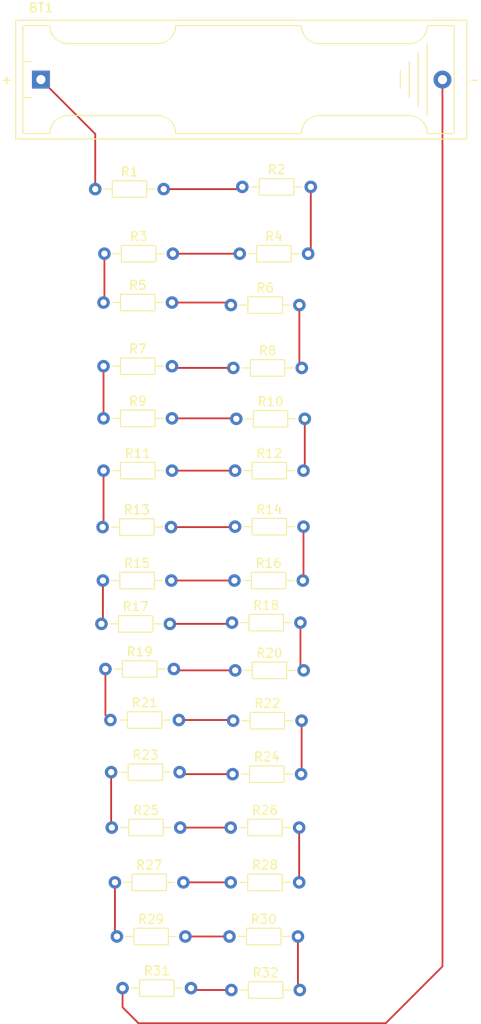
<source format=kicad_pcb>
(kicad_pcb (version 20241229) (generator "pcbnew") (generator_version "9.0")
  (layers (0 "F.Cu" signal) (2 "B.Cu" signal) (13 "F.Paste" user) (15 "B.Paste" user) (5 "F.SilkS" user "F.Silkscreen") (7 "B.SilkS" user "B.Silkscreen") (1 "F.Mask" user) (3 "B.Mask" user) (25 "Edge.Cuts" user))
  (net 0 "")
  (net 1 "VCC")
  (net 2 "GND")
  (net 3 "Net-(R1-Pad2)")
  (net 4 "Net-(R2-Pad2)")
  (net 5 "Net-(R3-Pad1)")
  (net 6 "Net-(R3-Pad2)")
  (net 7 "Net-(R5-Pad2)")
  (net 8 "Net-(R19-Pad1)")
  (net 9 "Net-(R6-Pad2)")
  (net 10 "Net-(R7-Pad2)")
  (net 11 "Net-(R7-Pad1)")
  (net 12 "Net-(R11-Pad1)")
  (net 13 "Net-(R23-Pad1)")
  (net 14 "Net-(R15-Pad1)")
  (net 15 "Net-(R17-Pad2)")
  (net 16 "Net-(R10-Pad1)")
  (net 17 "Net-(R10-Pad2)")
  (net 18 "Net-(R11-Pad2)")
  (net 19 "Net-(R19-Pad2)")
  (net 20 "Net-(R21-Pad2)")
  (net 21 "Net-(R13-Pad2)")
  (net 22 "Net-(R14-Pad2)")
  (net 23 "Net-(R23-Pad2)")
  (net 24 "Net-(R15-Pad2)")
  (net 25 "Net-(R25-Pad2)")
  (net 26 "Net-(R18-Pad2)")
  (net 27 "Net-(R27-Pad2)")
  (net 28 "Net-(R22-Pad2)")
  (net 29 "Net-(R27-Pad1)")
  (net 30 "Net-(R26-Pad2)")
  (net 31 "Net-(R29-Pad2)")
  (net 32 "Net-(R30-Pad2)")
  (net 33 "Net-(R31-Pad2)")
  (footprint "Resistor_THT:R_Axial_DIN0204_L3.6mm_D1.6mm_P7.62mm_Horizontal" (layer "F.Cu") (at 148.79 128.4)
    (property "Reference" "R20" (at 3.81 -1.92 0) (layer "F.SilkS"))
    (property "Value" "1M")
    (fp_line (start 0.94 0) (end 1.89 0) (stroke (width 0.12)) (layer "F.SilkS"))
    (fp_line (start 6.68 0) (end 5.73 0) (stroke (width 0.12)) (layer "F.SilkS"))
    (fp_rect (start 1.89 -0.92) (end 5.73 0.92) (stroke (width 0.12)) (fill no) (layer "F.SilkS"))
    (pad "1" thru_hole circle (at 0 0) (size 1.4 1.4) (drill 0.7) (layers "*.Cu" "*.Mask") (net 19 "Net-(R19-Pad2)"))
    (pad "2" thru_hole circle (at 7.62 0) (size 1.4 1.4) (drill 0.7) (layers "*.Cu" "*.Mask") (net 26 "Net-(R18-Pad2)"))
  )
  (footprint "Resistor_THT:R_Axial_DIN0204_L3.6mm_D1.6mm_P7.62mm_Horizontal" (layer "F.Cu") (at 133.9 123.23)
    (property "Reference" "R17" (at 3.81 -1.92 0) (layer "F.SilkS"))
    (property "Value" "1M")
    (fp_line (start 0.94 0) (end 1.89 0) (stroke (width 0.12)) (layer "F.SilkS"))
    (fp_line (start 6.68 0) (end 5.73 0) (stroke (width 0.12)) (layer "F.SilkS"))
    (fp_rect (start 1.89 -0.92) (end 5.73 0.92) (stroke (width 0.12)) (fill no) (layer "F.SilkS"))
    (pad "1" thru_hole circle (at 0 0) (size 1.4 1.4) (drill 0.7) (layers "*.Cu" "*.Mask") (net 14 "Net-(R15-Pad1)"))
    (pad "2" thru_hole circle (at 7.62 0) (size 1.4 1.4) (drill 0.7) (layers "*.Cu" "*.Mask") (net 15 "Net-(R17-Pad2)"))
  )
  (footprint "Battery:BatteryHolder_Keystone_2466_1xAAA" (layer "F.Cu") (at 127.16 62.71)
    (property "Reference" "BT1" (at 0 -8 180) (layer "F.SilkS"))
    (property "Value" "Battery")
    (fp_line (start -2.8 -6.6) (end -2.8 6.6) (stroke (width 0.12)) (layer "F.SilkS"))
    (fp_line (start -2.8 6.6) (end 47.4 6.6) (stroke (width 0.12)) (layer "F.SilkS"))
    (fp_line (start -2 -6) (end -2 6) (stroke (width 0.12)) (layer "F.SilkS"))
    (fp_line (start -2 -6) (end 1 -6) (stroke (width 0.12)) (layer "F.SilkS"))
    (fp_line (start -2 -2) (end -1 -2) (stroke (width 0.12)) (layer "F.SilkS"))
    (fp_line (start -2 6) (end 1 6) (stroke (width 0.12)) (layer "F.SilkS"))
    (fp_line (start -1 2) (end -2 2) (stroke (width 0.12)) (layer "F.SilkS"))
    (fp_line (start 3 -4) (end 13 -4) (stroke (width 0.12)) (layer "F.SilkS"))
    (fp_line (start 3 4) (end 13 4) (stroke (width 0.12)) (layer "F.SilkS"))
    (fp_line (start 15 6) (end 29 6) (stroke (width 0.12)) (layer "F.SilkS"))
    (fp_line (start 29 -6) (end 15 -6) (stroke (width 0.12)) (layer "F.SilkS"))
    (fp_line (start 40 -1) (end 40 1) (stroke (width 0.12)) (layer "F.SilkS"))
    (fp_line (start 41 -4) (end 31 -4) (stroke (width 0.12)) (layer "F.SilkS"))
    (fp_line (start 41 -2) (end 41 2) (stroke (width 0.12)) (layer "F.SilkS"))
    (fp_line (start 41 4) (end 31 4) (stroke (width 0.12)) (layer "F.SilkS"))
    (fp_line (start 42 3) (end 42 -3) (stroke (width 0.12)) (layer "F.SilkS"))
    (fp_line (start 43 -4) (end 43 4) (stroke (width 0.12)) (layer "F.SilkS"))
    (fp_line (start 46 -6) (end 43 -6) (stroke (width 0.12)) (layer "F.SilkS"))
    (fp_line (start 46 -6) (end 46 6) (stroke (width 0.12)) (layer "F.SilkS"))
    (fp_line (start 46 6) (end 43 6) (stroke (width 0.12)) (layer "F.SilkS"))
    (fp_line (start 47.4 -6.6) (end -2.8 -6.6) (stroke (width 0.12)) (layer "F.SilkS"))
    (fp_line (start 47.4 6.6) (end 47.4 -6.6) (stroke (width 0.12)) (layer "F.SilkS"))
    (fp_arc (start 1 6) (mid 1.585786 4.585786) (end 3 4) (stroke (width 0.12)) (layer "F.SilkS"))
    (fp_arc (start 3 -4) (mid 1.585786 -4.585786) (end 1 -6) (stroke (width 0.12)) (layer "F.SilkS"))
    (fp_arc (start 13 4) (mid 14.414214 4.585786) (end 15 6) (stroke (width 0.12)) (layer "F.SilkS"))
    (fp_arc (start 15 -6) (mid 14.414214 -4.585786) (end 13 -4) (stroke (width 0.12)) (layer "F.SilkS"))
    (fp_arc (start 29 6) (mid 29.585786 4.585786) (end 31 4) (stroke (width 0.12)) (layer "F.SilkS"))
    (fp_arc (start 31 -4) (mid 29.585786 -4.585786) (end 29 -6) (stroke (width 0.12)) (layer "F.SilkS"))
    (fp_arc (start 41 4) (mid 42.414214 4.585786) (end 43 6) (stroke (width 0.12)) (layer "F.SilkS"))
    (fp_arc (start 43 -6) (mid 42.414214 -4.585786) (end 41 -4) (stroke (width 0.12)) (layer "F.SilkS"))
    (fp_text user "-" (at 48.26 0 0) (layer "F.SilkS"))
    (fp_text user "+" (at -3.81 0 0) (layer "F.SilkS"))
    (pad "1" thru_hole rect (at 0 0) (size 2 2) (drill 1.02) (layers "*.Cu" "*.Mask") (net 1 "VCC"))
    (pad "2" thru_hole circle (at 44.7 0) (size 2 2) (drill 1.02) (layers "*.Cu" "*.Mask") (net 2 "GND"))
  )
  (footprint "Resistor_THT:R_Axial_DIN0204_L3.6mm_D1.6mm_P7.62mm_Horizontal" (layer "F.Cu") (at 148.7 118.41)
    (property "Reference" "R16" (at 3.81 -1.92 0) (layer "F.SilkS"))
    (property "Value" "1M")
    (fp_line (start 0.94 0) (end 1.89 0) (stroke (width 0.12)) (layer "F.SilkS"))
    (fp_line (start 6.68 0) (end 5.73 0) (stroke (width 0.12)) (layer "F.SilkS"))
    (fp_rect (start 1.89 -0.92) (end 5.73 0.92) (stroke (width 0.12)) (fill no) (layer "F.SilkS"))
    (pad "1" thru_hole circle (at 0 0) (size 1.4 1.4) (drill 0.7) (layers "*.Cu" "*.Mask") (net 24 "Net-(R15-Pad2)"))
    (pad "2" thru_hole circle (at 7.62 0) (size 1.4 1.4) (drill 0.7) (layers "*.Cu" "*.Mask") (net 22 "Net-(R14-Pad2)"))
  )
  (footprint "Resistor_THT:R_Axial_DIN0204_L3.6mm_D1.6mm_P7.62mm_Horizontal" (layer "F.Cu") (at 148.58 94.77)
    (property "Reference" "R8" (at 3.81 -1.92 0) (layer "F.SilkS"))
    (property "Value" "1M")
    (fp_line (start 0.94 0) (end 1.89 0) (stroke (width 0.12)) (layer "F.SilkS"))
    (fp_line (start 6.68 0) (end 5.73 0) (stroke (width 0.12)) (layer "F.SilkS"))
    (fp_rect (start 1.89 -0.92) (end 5.73 0.92) (stroke (width 0.12)) (fill no) (layer "F.SilkS"))
    (pad "1" thru_hole circle (at 0 0) (size 1.4 1.4) (drill 0.7) (layers "*.Cu" "*.Mask") (net 10 "Net-(R7-Pad2)"))
    (pad "2" thru_hole circle (at 7.62 0) (size 1.4 1.4) (drill 0.7) (layers "*.Cu" "*.Mask") (net 9 "Net-(R6-Pad2)"))
  )
  (footprint "Resistor_THT:R_Axial_DIN0204_L3.6mm_D1.6mm_P7.62mm_Horizontal" (layer "F.Cu") (at 135.4 151.97)
    (property "Reference" "R27" (at 3.81 -1.92 0) (layer "F.SilkS"))
    (property "Value" "1M")
    (fp_line (start 0.94 0) (end 1.89 0) (stroke (width 0.12)) (layer "F.SilkS"))
    (fp_line (start 6.68 0) (end 5.73 0) (stroke (width 0.12)) (layer "F.SilkS"))
    (fp_rect (start 1.89 -0.92) (end 5.73 0.92) (stroke (width 0.12)) (fill no) (layer "F.SilkS"))
    (pad "1" thru_hole circle (at 0 0) (size 1.4 1.4) (drill 0.7) (layers "*.Cu" "*.Mask") (net 29 "Net-(R27-Pad1)"))
    (pad "2" thru_hole circle (at 7.62 0) (size 1.4 1.4) (drill 0.7) (layers "*.Cu" "*.Mask") (net 27 "Net-(R27-Pad2)"))
  )
  (footprint "Resistor_THT:R_Axial_DIN0204_L3.6mm_D1.6mm_P7.62mm_Horizontal" (layer "F.Cu") (at 134.13 100.38)
    (property "Reference" "R9" (at 3.81 -1.92 0) (layer "F.SilkS"))
    (property "Value" "1M")
    (fp_line (start 0.94 0) (end 1.89 0) (stroke (width 0.12)) (layer "F.SilkS"))
    (fp_line (start 6.68 0) (end 5.73 0) (stroke (width 0.12)) (layer "F.SilkS"))
    (fp_rect (start 1.89 -0.92) (end 5.73 0.92) (stroke (width 0.12)) (fill no) (layer "F.SilkS"))
    (pad "1" thru_hole circle (at 0 0) (size 1.4 1.4) (drill 0.7) (layers "*.Cu" "*.Mask") (net 11 "Net-(R7-Pad1)"))
    (pad "2" thru_hole circle (at 7.62 0) (size 1.4 1.4) (drill 0.7) (layers "*.Cu" "*.Mask") (net 16 "Net-(R10-Pad1)"))
  )
  (footprint "Resistor_THT:R_Axial_DIN0204_L3.6mm_D1.6mm_P7.62mm_Horizontal" (layer "F.Cu") (at 133.21 74.89)
    (property "Reference" "R1" (at 3.81 -1.92 0) (layer "F.SilkS"))
    (property "Value" "1M")
    (fp_line (start 0.94 0) (end 1.89 0) (stroke (width 0.12)) (layer "F.SilkS"))
    (fp_line (start 6.68 0) (end 5.73 0) (stroke (width 0.12)) (layer "F.SilkS"))
    (fp_rect (start 1.89 -0.92) (end 5.73 0.92) (stroke (width 0.12)) (fill no) (layer "F.SilkS"))
    (pad "1" thru_hole circle (at 0 0) (size 1.4 1.4) (drill 0.7) (layers "*.Cu" "*.Mask") (net 1 "VCC"))
    (pad "2" thru_hole circle (at 7.62 0) (size 1.4 1.4) (drill 0.7) (layers "*.Cu" "*.Mask") (net 3 "Net-(R1-Pad2)"))
  )
  (footprint "Resistor_THT:R_Axial_DIN0204_L3.6mm_D1.6mm_P7.62mm_Horizontal" (layer "F.Cu") (at 148.15 157.99)
    (property "Reference" "R30" (at 3.81 -1.92 0) (layer "F.SilkS"))
    (property "Value" "1M")
    (fp_line (start 0.94 0) (end 1.89 0) (stroke (width 0.12)) (layer "F.SilkS"))
    (fp_line (start 6.68 0) (end 5.73 0) (stroke (width 0.12)) (layer "F.SilkS"))
    (fp_rect (start 1.89 -0.92) (end 5.73 0.92) (stroke (width 0.12)) (fill no) (layer "F.SilkS"))
    (pad "1" thru_hole circle (at 0 0) (size 1.4 1.4) (drill 0.7) (layers "*.Cu" "*.Mask") (net 31 "Net-(R29-Pad2)"))
    (pad "2" thru_hole circle (at 7.62 0) (size 1.4 1.4) (drill 0.7) (layers "*.Cu" "*.Mask") (net 32 "Net-(R30-Pad2)"))
  )
  (footprint "Resistor_THT:R_Axial_DIN0204_L3.6mm_D1.6mm_P7.62mm_Horizontal" (layer "F.Cu") (at 148.77 106.19)
    (property "Reference" "R12" (at 3.81 -1.92 0) (layer "F.SilkS"))
    (property "Value" "1M")
    (fp_line (start 0.94 0) (end 1.89 0) (stroke (width 0.12)) (layer "F.SilkS"))
    (fp_line (start 6.68 0) (end 5.73 0) (stroke (width 0.12)) (layer "F.SilkS"))
    (fp_rect (start 1.89 -0.92) (end 5.73 0.92) (stroke (width 0.12)) (fill no) (layer "F.SilkS"))
    (pad "1" thru_hole circle (at 0 0) (size 1.4 1.4) (drill 0.7) (layers "*.Cu" "*.Mask") (net 18 "Net-(R11-Pad2)"))
    (pad "2" thru_hole circle (at 7.62 0) (size 1.4 1.4) (drill 0.7) (layers "*.Cu" "*.Mask") (net 17 "Net-(R10-Pad2)"))
  )
  (footprint "Resistor_THT:R_Axial_DIN0204_L3.6mm_D1.6mm_P7.62mm_Horizontal" (layer "F.Cu") (at 134.23 82.07)
    (property "Reference" "R3" (at 3.81 -1.92 0) (layer "F.SilkS"))
    (property "Value" "1M")
    (fp_line (start 0.94 0) (end 1.89 0) (stroke (width 0.12)) (layer "F.SilkS"))
    (fp_line (start 6.68 0) (end 5.73 0) (stroke (width 0.12)) (layer "F.SilkS"))
    (fp_rect (start 1.89 -0.92) (end 5.73 0.92) (stroke (width 0.12)) (fill no) (layer "F.SilkS"))
    (pad "1" thru_hole circle (at 0 0) (size 1.4 1.4) (drill 0.7) (layers "*.Cu" "*.Mask") (net 5 "Net-(R3-Pad1)"))
    (pad "2" thru_hole circle (at 7.62 0) (size 1.4 1.4) (drill 0.7) (layers "*.Cu" "*.Mask") (net 6 "Net-(R3-Pad2)"))
  )
  (footprint "Resistor_THT:R_Axial_DIN0204_L3.6mm_D1.6mm_P7.62mm_Horizontal" (layer "F.Cu") (at 148.5 139.94)
    (property "Reference" "R24" (at 3.81 -1.92 0) (layer "F.SilkS"))
    (property "Value" "1M")
    (fp_line (start 0.94 0) (end 1.89 0) (stroke (width 0.12)) (layer "F.SilkS"))
    (fp_line (start 6.68 0) (end 5.73 0) (stroke (width 0.12)) (layer "F.SilkS"))
    (fp_rect (start 1.89 -0.92) (end 5.73 0.92) (stroke (width 0.12)) (fill no) (layer "F.SilkS"))
    (pad "1" thru_hole circle (at 0 0) (size 1.4 1.4) (drill 0.7) (layers "*.Cu" "*.Mask") (net 23 "Net-(R23-Pad2)"))
    (pad "2" thru_hole circle (at 7.62 0) (size 1.4 1.4) (drill 0.7) (layers "*.Cu" "*.Mask") (net 28 "Net-(R22-Pad2)"))
  )
  (footprint "Resistor_THT:R_Axial_DIN0204_L3.6mm_D1.6mm_P7.62mm_Horizontal" (layer "F.Cu") (at 148.43 123.09)
    (property "Reference" "R18" (at 3.81 -1.92 0) (layer "F.SilkS"))
    (property "Value" "1M")
    (fp_line (start 0.94 0) (end 1.89 0) (stroke (width 0.12)) (layer "F.SilkS"))
    (fp_line (start 6.68 0) (end 5.73 0) (stroke (width 0.12)) (layer "F.SilkS"))
    (fp_rect (start 1.89 -0.92) (end 5.73 0.92) (stroke (width 0.12)) (fill no) (layer "F.SilkS"))
    (pad "1" thru_hole circle (at 0 0) (size 1.4 1.4) (drill 0.7) (layers "*.Cu" "*.Mask") (net 15 "Net-(R17-Pad2)"))
    (pad "2" thru_hole circle (at 7.62 0) (size 1.4 1.4) (drill 0.7) (layers "*.Cu" "*.Mask") (net 26 "Net-(R18-Pad2)"))
  )
  (footprint "Resistor_THT:R_Axial_DIN0204_L3.6mm_D1.6mm_P7.62mm_Horizontal" (layer "F.Cu") (at 149.58 74.64)
    (property "Reference" "R2" (at 3.81 -1.92 0) (layer "F.SilkS"))
    (property "Value" "1M")
    (fp_line (start 0.94 0) (end 1.89 0) (stroke (width 0.12)) (layer "F.SilkS"))
    (fp_line (start 6.68 0) (end 5.73 0) (stroke (width 0.12)) (layer "F.SilkS"))
    (fp_rect (start 1.89 -0.92) (end 5.73 0.92) (stroke (width 0.12)) (fill no) (layer "F.SilkS"))
    (pad "1" thru_hole circle (at 0 0) (size 1.4 1.4) (drill 0.7) (layers "*.Cu" "*.Mask") (net 3 "Net-(R1-Pad2)"))
    (pad "2" thru_hole circle (at 7.62 0) (size 1.4 1.4) (drill 0.7) (layers "*.Cu" "*.Mask") (net 4 "Net-(R2-Pad2)"))
  )
  (footprint "Resistor_THT:R_Axial_DIN0204_L3.6mm_D1.6mm_P7.62mm_Horizontal" (layer "F.Cu") (at 134.13 106.19)
    (property "Reference" "R11" (at 3.81 -1.92 0) (layer "F.SilkS"))
    (property "Value" "1M")
    (fp_line (start 0.94 0) (end 1.89 0) (stroke (width 0.12)) (layer "F.SilkS"))
    (fp_line (start 6.68 0) (end 5.73 0) (stroke (width 0.12)) (layer "F.SilkS"))
    (fp_rect (start 1.89 -0.92) (end 5.73 0.92) (stroke (width 0.12)) (fill no) (layer "F.SilkS"))
    (pad "1" thru_hole circle (at 0 0) (size 1.4 1.4) (drill 0.7) (layers "*.Cu" "*.Mask") (net 12 "Net-(R11-Pad1)"))
    (pad "2" thru_hole circle (at 7.62 0) (size 1.4 1.4) (drill 0.7) (layers "*.Cu" "*.Mask") (net 18 "Net-(R11-Pad2)"))
  )
  (footprint "Resistor_THT:R_Axial_DIN0204_L3.6mm_D1.6mm_P7.62mm_Horizontal" (layer "F.Cu") (at 148.29 151.97)
    (property "Reference" "R28" (at 3.81 -1.92 0) (layer "F.SilkS"))
    (property "Value" "1M")
    (fp_line (start 0.94 0) (end 1.89 0) (stroke (width 0.12)) (layer "F.SilkS"))
    (fp_line (start 6.68 0) (end 5.73 0) (stroke (width 0.12)) (layer "F.SilkS"))
    (fp_rect (start 1.89 -0.92) (end 5.73 0.92) (stroke (width 0.12)) (fill no) (layer "F.SilkS"))
    (pad "1" thru_hole circle (at 0 0) (size 1.4 1.4) (drill 0.7) (layers "*.Cu" "*.Mask") (net 27 "Net-(R27-Pad2)"))
    (pad "2" thru_hole circle (at 7.62 0) (size 1.4 1.4) (drill 0.7) (layers "*.Cu" "*.Mask") (net 30 "Net-(R26-Pad2)"))
  )
  (footprint "Resistor_THT:R_Axial_DIN0204_L3.6mm_D1.6mm_P7.62mm_Horizontal" (layer "F.Cu") (at 134.13 87.5)
    (property "Reference" "R5" (at 3.81 -1.92 0) (layer "F.SilkS"))
    (property "Value" "1M")
    (fp_line (start 0.94 0) (end 1.89 0) (stroke (width 0.12)) (layer "F.SilkS"))
    (fp_line (start 6.68 0) (end 5.73 0) (stroke (width 0.12)) (layer "F.SilkS"))
    (fp_rect (start 1.89 -0.92) (end 5.73 0.92) (stroke (width 0.12)) (fill no) (layer "F.SilkS"))
    (pad "1" thru_hole circle (at 0 0) (size 1.4 1.4) (drill 0.7) (layers "*.Cu" "*.Mask") (net 5 "Net-(R3-Pad1)"))
    (pad "2" thru_hole circle (at 7.62 0) (size 1.4 1.4) (drill 0.7) (layers "*.Cu" "*.Mask") (net 7 "Net-(R5-Pad2)"))
  )
  (footprint "Resistor_THT:R_Axial_DIN0204_L3.6mm_D1.6mm_P7.62mm_Horizontal" (layer "F.Cu") (at 134.03 112.47)
    (property "Reference" "R13" (at 3.81 -1.92 0) (layer "F.SilkS"))
    (property "Value" "1M")
    (fp_line (start 0.94 0) (end 1.89 0) (stroke (width 0.12)) (layer "F.SilkS"))
    (fp_line (start 6.68 0) (end 5.73 0) (stroke (width 0.12)) (layer "F.SilkS"))
    (fp_rect (start 1.89 -0.92) (end 5.73 0.92) (stroke (width 0.12)) (fill no) (layer "F.SilkS"))
    (pad "1" thru_hole circle (at 0 0) (size 1.4 1.4) (drill 0.7) (layers "*.Cu" "*.Mask") (net 12 "Net-(R11-Pad1)"))
    (pad "2" thru_hole circle (at 7.62 0) (size 1.4 1.4) (drill 0.7) (layers "*.Cu" "*.Mask") (net 21 "Net-(R13-Pad2)"))
  )
  (footprint "Resistor_THT:R_Axial_DIN0204_L3.6mm_D1.6mm_P7.62mm_Horizontal" (layer "F.Cu") (at 134.13 94.58)
    (property "Reference" "R7" (at 3.81 -1.92 0) (layer "F.SilkS"))
    (property "Value" "1M")
    (fp_line (start 0.94 0) (end 1.89 0) (stroke (width 0.12)) (layer "F.SilkS"))
    (fp_line (start 6.68 0) (end 5.73 0) (stroke (width 0.12)) (layer "F.SilkS"))
    (fp_rect (start 1.89 -0.92) (end 5.73 0.92) (stroke (width 0.12)) (fill no) (layer "F.SilkS"))
    (pad "1" thru_hole circle (at 0 0) (size 1.4 1.4) (drill 0.7) (layers "*.Cu" "*.Mask") (net 11 "Net-(R7-Pad1)"))
    (pad "2" thru_hole circle (at 7.62 0) (size 1.4 1.4) (drill 0.7) (layers "*.Cu" "*.Mask") (net 10 "Net-(R7-Pad2)"))
  )
  (footprint "Resistor_THT:R_Axial_DIN0204_L3.6mm_D1.6mm_P7.62mm_Horizontal" (layer "F.Cu") (at 148.29 145.88)
    (property "Reference" "R26" (at 3.81 -1.92 0) (layer "F.SilkS"))
    (property "Value" "1M")
    (fp_line (start 0.94 0) (end 1.89 0) (stroke (width 0.12)) (layer "F.SilkS"))
    (fp_line (start 6.68 0) (end 5.73 0) (stroke (width 0.12)) (layer "F.SilkS"))
    (fp_rect (start 1.89 -0.92) (end 5.73 0.92) (stroke (width 0.12)) (fill no) (layer "F.SilkS"))
    (pad "1" thru_hole circle (at 0 0) (size 1.4 1.4) (drill 0.7) (layers "*.Cu" "*.Mask") (net 25 "Net-(R25-Pad2)"))
    (pad "2" thru_hole circle (at 7.62 0) (size 1.4 1.4) (drill 0.7) (layers "*.Cu" "*.Mask") (net 30 "Net-(R26-Pad2)"))
  )
  (footprint "Resistor_THT:R_Axial_DIN0204_L3.6mm_D1.6mm_P7.62mm_Horizontal" (layer "F.Cu") (at 134.9 133.92)
    (property "Reference" "R21" (at 3.81 -1.92 0) (layer "F.SilkS"))
    (property "Value" "1M")
    (fp_line (start 0.94 0) (end 1.89 0) (stroke (width 0.12)) (layer "F.SilkS"))
    (fp_line (start 6.68 0) (end 5.73 0) (stroke (width 0.12)) (layer "F.SilkS"))
    (fp_rect (start 1.89 -0.92) (end 5.73 0.92) (stroke (width 0.12)) (fill no) (layer "F.SilkS"))
    (pad "1" thru_hole circle (at 0 0) (size 1.4 1.4) (drill 0.7) (layers "*.Cu" "*.Mask") (net 8 "Net-(R19-Pad1)"))
    (pad "2" thru_hole circle (at 7.62 0) (size 1.4 1.4) (drill 0.7) (layers "*.Cu" "*.Mask") (net 20 "Net-(R21-Pad2)"))
  )
  (footprint "Resistor_THT:R_Axial_DIN0204_L3.6mm_D1.6mm_P7.62mm_Horizontal" (layer "F.Cu") (at 134.06 118.41)
    (property "Reference" "R15" (at 3.81 -1.92 0) (layer "F.SilkS"))
    (property "Value" "1M")
    (fp_line (start 0.94 0) (end 1.89 0) (stroke (width 0.12)) (layer "F.SilkS"))
    (fp_line (start 6.68 0) (end 5.73 0) (stroke (width 0.12)) (layer "F.SilkS"))
    (fp_rect (start 1.89 -0.92) (end 5.73 0.92) (stroke (width 0.12)) (fill no) (layer "F.SilkS"))
    (pad "1" thru_hole circle (at 0 0) (size 1.4 1.4) (drill 0.7) (layers "*.Cu" "*.Mask") (net 14 "Net-(R15-Pad1)"))
    (pad "2" thru_hole circle (at 7.62 0) (size 1.4 1.4) (drill 0.7) (layers "*.Cu" "*.Mask") (net 24 "Net-(R15-Pad2)"))
  )
  (footprint "Resistor_THT:R_Axial_DIN0204_L3.6mm_D1.6mm_P7.62mm_Horizontal" (layer "F.Cu") (at 148.36 163.94)
    (property "Reference" "R32" (at 3.81 -1.92 0) (layer "F.SilkS"))
    (property "Value" "1M")
    (fp_line (start 0.94 0) (end 1.89 0) (stroke (width 0.12)) (layer "F.SilkS"))
    (fp_line (start 6.68 0) (end 5.73 0) (stroke (width 0.12)) (layer "F.SilkS"))
    (fp_rect (start 1.89 -0.92) (end 5.73 0.92) (stroke (width 0.12)) (fill no) (layer "F.SilkS"))
    (pad "1" thru_hole circle (at 0 0) (size 1.4 1.4) (drill 0.7) (layers "*.Cu" "*.Mask") (net 33 "Net-(R31-Pad2)"))
    (pad "2" thru_hole circle (at 7.62 0) (size 1.4 1.4) (drill 0.7) (layers "*.Cu" "*.Mask") (net 32 "Net-(R30-Pad2)"))
  )
  (footprint "Resistor_THT:R_Axial_DIN0204_L3.6mm_D1.6mm_P7.62mm_Horizontal" (layer "F.Cu") (at 134.98 139.72)
    (property "Reference" "R23" (at 3.81 -1.92 0) (layer "F.SilkS"))
    (property "Value" "1M")
    (fp_line (start 0.94 0) (end 1.89 0) (stroke (width 0.12)) (layer "F.SilkS"))
    (fp_line (start 6.68 0) (end 5.73 0) (stroke (width 0.12)) (layer "F.SilkS"))
    (fp_rect (start 1.89 -0.92) (end 5.73 0.92) (stroke (width 0.12)) (fill no) (layer "F.SilkS"))
    (pad "1" thru_hole circle (at 0 0) (size 1.4 1.4) (drill 0.7) (layers "*.Cu" "*.Mask") (net 13 "Net-(R23-Pad1)"))
    (pad "2" thru_hole circle (at 7.62 0) (size 1.4 1.4) (drill 0.7) (layers "*.Cu" "*.Mask") (net 23 "Net-(R23-Pad2)"))
  )
  (footprint "Resistor_THT:R_Axial_DIN0204_L3.6mm_D1.6mm_P7.62mm_Horizontal" (layer "F.Cu") (at 135.05 145.88)
    (property "Reference" "R25" (at 3.81 -1.92 0) (layer "F.SilkS"))
    (property "Value" "1M")
    (fp_line (start 0.94 0) (end 1.89 0) (stroke (width 0.12)) (layer "F.SilkS"))
    (fp_line (start 6.68 0) (end 5.73 0) (stroke (width 0.12)) (layer "F.SilkS"))
    (fp_rect (start 1.89 -0.92) (end 5.73 0.92) (stroke (width 0.12)) (fill no) (layer "F.SilkS"))
    (pad "1" thru_hole circle (at 0 0) (size 1.4 1.4) (drill 0.7) (layers "*.Cu" "*.Mask") (net 13 "Net-(R23-Pad1)"))
    (pad "2" thru_hole circle (at 7.62 0) (size 1.4 1.4) (drill 0.7) (layers "*.Cu" "*.Mask") (net 25 "Net-(R25-Pad2)"))
  )
  (footprint "Resistor_THT:R_Axial_DIN0204_L3.6mm_D1.6mm_P7.62mm_Horizontal" (layer "F.Cu") (at 134.34 128.25)
    (property "Reference" "R19" (at 3.81 -1.92 0) (layer "F.SilkS"))
    (property "Value" "1M")
    (fp_line (start 0.94 0) (end 1.89 0) (stroke (width 0.12)) (layer "F.SilkS"))
    (fp_line (start 6.68 0) (end 5.73 0) (stroke (width 0.12)) (layer "F.SilkS"))
    (fp_rect (start 1.89 -0.92) (end 5.73 0.92) (stroke (width 0.12)) (fill no) (layer "F.SilkS"))
    (pad "1" thru_hole circle (at 0 0) (size 1.4 1.4) (drill 0.7) (layers "*.Cu" "*.Mask") (net 8 "Net-(R19-Pad1)"))
    (pad "2" thru_hole circle (at 7.62 0) (size 1.4 1.4) (drill 0.7) (layers "*.Cu" "*.Mask") (net 19 "Net-(R19-Pad2)"))
  )
  (footprint "Resistor_THT:R_Axial_DIN0204_L3.6mm_D1.6mm_P7.62mm_Horizontal" (layer "F.Cu") (at 135.62 157.99)
    (property "Reference" "R29" (at 3.81 -1.92 0) (layer "F.SilkS"))
    (property "Value" "1M")
    (fp_line (start 0.94 0) (end 1.89 0) (stroke (width 0.12)) (layer "F.SilkS"))
    (fp_line (start 6.68 0) (end 5.73 0) (stroke (width 0.12)) (layer "F.SilkS"))
    (fp_rect (start 1.89 -0.92) (end 5.73 0.92) (stroke (width 0.12)) (fill no) (layer "F.SilkS"))
    (pad "1" thru_hole circle (at 0 0) (size 1.4 1.4) (drill 0.7) (layers "*.Cu" "*.Mask") (net 29 "Net-(R27-Pad1)"))
    (pad "2" thru_hole circle (at 7.62 0) (size 1.4 1.4) (drill 0.7) (layers "*.Cu" "*.Mask") (net 31 "Net-(R29-Pad2)"))
  )
  (footprint "Resistor_THT:R_Axial_DIN0204_L3.6mm_D1.6mm_P7.62mm_Horizontal" (layer "F.Cu") (at 148.56 133.99)
    (property "Reference" "R22" (at 3.81 -1.92 0) (layer "F.SilkS"))
    (property "Value" "1M")
    (fp_line (start 0.94 0) (end 1.89 0) (stroke (width 0.12)) (layer "F.SilkS"))
    (fp_line (start 6.68 0) (end 5.73 0) (stroke (width 0.12)) (layer "F.SilkS"))
    (fp_rect (start 1.89 -0.92) (end 5.73 0.92) (stroke (width 0.12)) (fill no) (layer "F.SilkS"))
    (pad "1" thru_hole circle (at 0 0) (size 1.4 1.4) (drill 0.7) (layers "*.Cu" "*.Mask") (net 20 "Net-(R21-Pad2)"))
    (pad "2" thru_hole circle (at 7.62 0) (size 1.4 1.4) (drill 0.7) (layers "*.Cu" "*.Mask") (net 28 "Net-(R22-Pad2)"))
  )
  (footprint "Resistor_THT:R_Axial_DIN0204_L3.6mm_D1.6mm_P7.62mm_Horizontal" (layer "F.Cu") (at 148.91 100.43)
    (property "Reference" "R10" (at 3.81 -1.92 0) (layer "F.SilkS"))
    (property "Value" "1M")
    (fp_line (start 0.94 0) (end 1.89 0) (stroke (width 0.12)) (layer "F.SilkS"))
    (fp_line (start 6.68 0) (end 5.73 0) (stroke (width 0.12)) (layer "F.SilkS"))
    (fp_rect (start 1.89 -0.92) (end 5.73 0.92) (stroke (width 0.12)) (fill no) (layer "F.SilkS"))
    (pad "1" thru_hole circle (at 0 0) (size 1.4 1.4) (drill 0.7) (layers "*.Cu" "*.Mask") (net 16 "Net-(R10-Pad1)"))
    (pad "2" thru_hole circle (at 7.62 0) (size 1.4 1.4) (drill 0.7) (layers "*.Cu" "*.Mask") (net 17 "Net-(R10-Pad2)"))
  )
  (footprint "Resistor_THT:R_Axial_DIN0204_L3.6mm_D1.6mm_P7.62mm_Horizontal" (layer "F.Cu") (at 149.29 82.07)
    (property "Reference" "R4" (at 3.81 -1.92 0) (layer "F.SilkS"))
    (property "Value" "1M")
    (fp_line (start 0.94 0) (end 1.89 0) (stroke (width 0.12)) (layer "F.SilkS"))
    (fp_line (start 6.68 0) (end 5.73 0) (stroke (width 0.12)) (layer "F.SilkS"))
    (fp_rect (start 1.89 -0.92) (end 5.73 0.92) (stroke (width 0.12)) (fill no) (layer "F.SilkS"))
    (pad "1" thru_hole circle (at 0 0) (size 1.4 1.4) (drill 0.7) (layers "*.Cu" "*.Mask") (net 6 "Net-(R3-Pad2)"))
    (pad "2" thru_hole circle (at 7.62 0) (size 1.4 1.4) (drill 0.7) (layers "*.Cu" "*.Mask") (net 4 "Net-(R2-Pad2)"))
  )
  (footprint "Resistor_THT:R_Axial_DIN0204_L3.6mm_D1.6mm_P7.62mm_Horizontal" (layer "F.Cu") (at 136.25 163.73)
    (property "Reference" "R31" (at 3.81 -1.92 0) (layer "F.SilkS"))
    (property "Value" "1M")
    (fp_line (start 0.94 0) (end 1.89 0) (stroke (width 0.12)) (layer "F.SilkS"))
    (fp_line (start 6.68 0) (end 5.73 0) (stroke (width 0.12)) (layer "F.SilkS"))
    (fp_rect (start 1.89 -0.92) (end 5.73 0.92) (stroke (width 0.12)) (fill no) (layer "F.SilkS"))
    (pad "1" thru_hole circle (at 0 0) (size 1.4 1.4) (drill 0.7) (layers "*.Cu" "*.Mask") (net 2 "GND"))
    (pad "2" thru_hole circle (at 7.62 0) (size 1.4 1.4) (drill 0.7) (layers "*.Cu" "*.Mask") (net 33 "Net-(R31-Pad2)"))
  )
  (footprint "Resistor_THT:R_Axial_DIN0204_L3.6mm_D1.6mm_P7.62mm_Horizontal" (layer "F.Cu") (at 148.77 112.42)
    (property "Reference" "R14" (at 3.81 -1.92 0) (layer "F.SilkS"))
    (property "Value" "1M")
    (fp_line (start 0.94 0) (end 1.89 0) (stroke (width 0.12)) (layer "F.SilkS"))
    (fp_line (start 6.68 0) (end 5.73 0) (stroke (width 0.12)) (layer "F.SilkS"))
    (fp_rect (start 1.89 -0.92) (end 5.73 0.92) (stroke (width 0.12)) (fill no) (layer "F.SilkS"))
    (pad "1" thru_hole circle (at 0 0) (size 1.4 1.4) (drill 0.7) (layers "*.Cu" "*.Mask") (net 21 "Net-(R13-Pad2)"))
    (pad "2" thru_hole circle (at 7.62 0) (size 1.4 1.4) (drill 0.7) (layers "*.Cu" "*.Mask") (net 22 "Net-(R14-Pad2)"))
  )
  (footprint "Resistor_THT:R_Axial_DIN0204_L3.6mm_D1.6mm_P7.62mm_Horizontal" (layer "F.Cu") (at 148.31 87.78)
    (property "Reference" "R6" (at 3.81 -1.92 0) (layer "F.SilkS"))
    (property "Value" "1M")
    (fp_line (start 0.94 0) (end 1.89 0) (stroke (width 0.12)) (layer "F.SilkS"))
    (fp_line (start 6.68 0) (end 5.73 0) (stroke (width 0.12)) (layer "F.SilkS"))
    (fp_rect (start 1.89 -0.92) (end 5.73 0.92) (stroke (width 0.12)) (fill no) (layer "F.SilkS"))
    (pad "1" thru_hole circle (at 0 0) (size 1.4 1.4) (drill 0.7) (layers "*.Cu" "*.Mask") (net 7 "Net-(R5-Pad2)"))
    (pad "2" thru_hole circle (at 7.62 0) (size 1.4 1.4) (drill 0.7) (layers "*.Cu" "*.Mask") (net 9 "Net-(R6-Pad2)"))
  )
  (segment (start 133.21 68.76) (end 127.16 62.71) (width 0.2) (layer "F.Cu") (net 1))
  (segment (start 133.21 74.89) (end 133.21 68.76) (width 0.2) (layer "F.Cu") (net 1))
  (segment (start 136.25 163.73) (end 136.25 165.86) (width 0.2) (layer "F.Cu") (net 2))
  (segment (start 171.86 161.32) (end 171.86 62.71) (width 0.2) (layer "F.Cu") (net 2))
  (segment (start 138.03 167.64) (end 165.54 167.64) (width 0.2) (layer "F.Cu") (net 2))
  (segment (start 165.54 167.64) (end 171.86 161.32) (width 0.2) (layer "F.Cu") (net 2))
  (segment (start 136.25 165.86) (end 138.03 167.64) (width 0.2) (layer "F.Cu") (net 2))
  (segment (start 149.33 74.89) (end 149.58 74.64) (width 0.2) (layer "F.Cu") (net 3))
  (segment (start 140.83 74.89) (end 149.33 74.89) (width 0.2) (layer "F.Cu") (net 3))
  (segment (start 157.2 74.64) (end 157.2 81.78) (width 0.2) (layer "F.Cu") (net 4))
  (segment (start 157.2 81.78) (end 156.91 82.07) (width 0.2) (layer "F.Cu") (net 4))
  (segment (start 134.23 82.07) (end 134.23 87.4) (width 0.2) (layer "F.Cu") (net 5))
  (segment (start 134.23 87.4) (end 134.13 87.5) (width 0.2) (layer "F.Cu") (net 5))
  (segment (start 149.29 82.07) (end 141.85 82.07) (width 0.2) (layer "F.Cu") (net 6))
  (segment (start 148.03 87.5) (end 148.31 87.78) (width 0.2) (layer "F.Cu") (net 7))
  (segment (start 141.75 87.5) (end 148.03 87.5) (width 0.2) (layer "F.Cu") (net 7))
  (segment (start 134.34 133.36) (end 134.9 133.92) (width 0.2) (layer "F.Cu") (net 8))
  (segment (start 134.34 128.25) (end 134.34 133.36) (width 0.2) (layer "F.Cu") (net 8))
  (segment (start 155.93 94.5) (end 156.2 94.77) (width 0.2) (layer "F.Cu") (net 9))
  (segment (start 155.93 87.78) (end 155.93 94.5) (width 0.2) (layer "F.Cu") (net 9))
  (segment (start 148.58 94.77) (end 141.94 94.77) (width 0.2) (layer "F.Cu") (net 10))
  (segment (start 141.94 94.77) (end 141.75 94.58) (width 0.2) (layer "F.Cu") (net 10))
  (segment (start 134.13 94.58) (end 134.13 100.38) (width 0.2) (layer "F.Cu") (net 11))
  (segment (start 134.13 106.19) (end 134.13 112.37) (width 0.2) (layer "F.Cu") (net 12))
  (segment (start 134.13 112.37) (end 134.03 112.47) (width 0.2) (layer "F.Cu") (net 12))
  (segment (start 134.98 145.81) (end 135.05 145.88) (width 0.2) (layer "F.Cu") (net 13))
  (segment (start 134.98 139.72) (end 134.98 145.81) (width 0.2) (layer "F.Cu") (net 13))
  (segment (start 134.06 118.41) (end 134.06 123.07) (width 0.2) (layer "F.Cu") (net 14))
  (segment (start 134.06 123.07) (end 133.9 123.23) (width 0.2) (layer "F.Cu") (net 14))
  (segment (start 148.29 123.23) (end 148.43 123.09) (width 0.2) (layer "F.Cu") (net 15))
  (segment (start 141.52 123.23) (end 148.29 123.23) (width 0.2) (layer "F.Cu") (net 15))
  (segment (start 148.86 100.38) (end 148.91 100.43) (width 0.2) (layer "F.Cu") (net 16))
  (segment (start 141.75 100.38) (end 148.86 100.38) (width 0.2) (layer "F.Cu") (net 16))
  (segment (start 156.53 100.43) (end 156.53 106.05) (width 0.2) (layer "F.Cu") (net 17))
  (segment (start 156.53 106.05) (end 156.39 106.19) (width 0.2) (layer "F.Cu") (net 17))
  (segment (start 148.77 106.19) (end 141.75 106.19) (width 0.2) (layer "F.Cu") (net 18))
  (segment (start 148.79 128.4) (end 142.11 128.4) (width 0.2) (layer "F.Cu") (net 19))
  (segment (start 142.11 128.4) (end 141.96 128.25) (width 0.2) (layer "F.Cu") (net 19))
  (segment (start 142.52 133.92) (end 148.49 133.92) (width 0.2) (layer "F.Cu") (net 20))
  (segment (start 148.49 133.92) (end 148.56 133.99) (width 0.2) (layer "F.Cu") (net 20))
  (segment (start 148.72 112.47) (end 148.77 112.42) (width 0.2) (layer "F.Cu") (net 21))
  (segment (start 141.65 112.47) (end 148.72 112.47) (width 0.2) (layer "F.Cu") (net 21))
  (segment (start 156.39 112.42) (end 156.39 118.34) (width 0.2) (layer "F.Cu") (net 22))
  (segment (start 156.39 118.34) (end 156.32 118.41) (width 0.2) (layer "F.Cu") (net 22))
  (segment (start 142.82 139.94) (end 142.6 139.72) (width 0.2) (layer "F.Cu") (net 23))
  (segment (start 148.5 139.94) (end 142.82 139.94) (width 0.2) (layer "F.Cu") (net 23))
  (segment (start 148.7 118.41) (end 141.68 118.41) (width 0.2) (layer "F.Cu") (net 24))
  (segment (start 142.67 145.88) (end 148.29 145.88) (width 0.2) (layer "F.Cu") (net 25))
  (segment (start 156.05 128.04) (end 156.41 128.4) (width 0.2) (layer "F.Cu") (net 26))
  (segment (start 156.05 123.09) (end 156.05 128.04) (width 0.2) (layer "F.Cu") (net 26))
  (segment (start 148.29 151.97) (end 143.02 151.97) (width 0.2) (layer "F.Cu") (net 27))
  (segment (start 156.18 133.99) (end 156.18 139.88) (width 0.2) (layer "F.Cu") (net 28))
  (segment (start 156.18 139.88) (end 156.12 139.94) (width 0.2) (layer "F.Cu") (net 28))
  (segment (start 135.4 151.97) (end 135.4 157.77) (width 0.2) (layer "F.Cu") (net 29))
  (segment (start 135.4 157.77) (end 135.62 157.99) (width 0.2) (layer "F.Cu") (net 29))
  (segment (start 155.91 145.88) (end 155.91 151.97) (width 0.2) (layer "F.Cu") (net 30))
  (segment (start 143.24 157.99) (end 148.15 157.99) (width 0.2) (layer "F.Cu") (net 31))
  (segment (start 155.77 163.73) (end 155.98 163.94) (width 0.2) (layer "F.Cu") (net 32))
  (segment (start 155.77 157.99) (end 155.77 163.73) (width 0.2) (layer "F.Cu") (net 32))
  (segment (start 155.98 163.94) (end 156.17 164.13) (width 0.2) (layer "F.Cu") (net 32))
  (segment (start 144.08 163.94) (end 143.87 163.73) (width 0.2) (layer "F.Cu") (net 33))
  (segment (start 148.36 163.94) (end 144.08 163.94) (width 0.2) (layer "F.Cu") (net 33))
)
</source>
